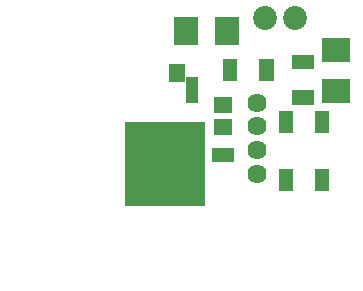
<source format=gbr>
G04 Created by Delta Design Version 2.6.36104.0403*
G04 Date: 11.09.2020 14:45:25*
G04 Project: Programming the device ESP-07*
G04 File name: SOLDERMASK_TOP*
G04 File format: RS274X*

G04 Parameters*
%FSAN2X44Y44D3M2*%
%MIA0B0*%
%MOMM*%
%IOA0B0*%
%SFA1B1*%
%IJ*%
%IR0*%
G04 End parameters*
G04 Aperture macros*
G04 Rectangle: Width = 6.832400 | Height = 7.164000 | Rotation = 180*
%AMRECT1*21,1,6.832400,7.164000,0,0,180*%
G04 Rectangle: Width = 2.164000 | Height = .979200 | Rotation = 270*
%AMRECT2*21,1,2.164000,.979200,0,0,270*%
G04 Rectangle: Width = 1.368800 | Height = 1.479200 | Rotation = 270*
%AMRECT3*21,1,1.368800,1.479200,0,0,270*%
G04 Rectangle: Width = 1.368800 | Height = 1.479200 | Rotation = 90*
%AMRECT4*21,1,1.368800,1.479200,0,0,90*%
G04 Rectangle: Width = 2 | Height = 2.349200 | Rotation = 90*
%AMRECT5*21,1,2,2.349200,0,0,90*%
G04 Rectangle: Width = 2 | Height = 2.349200 | Rotation = 270*
%AMRECT6*21,1,2,2.349200,0,0,270*%
G04 Rectangle: Width = 1.368800 | Height = 1.479200 | Rotation = 180*
%AMRECT7*21,1,1.368800,1.479200,0,0,180*%
G04 Rectangle: Width = 1.368800 | Height = 1.479200 | Rotation = 0*
%AMRECT8*21,1,1.368800,1.479200,0,0,0*%
G04 Rectangle: Width = 2 | Height = 2.349200 | Rotation = 180*
%AMRECT9*21,1,2,2.349200,0,0,180*%
G04 Rectangle: Width = 2 | Height = 2.349200 | Rotation = 0*
%AMRECT10*21,1,2,2.349200,0,0,0*%
G04 Rectangle: Width = 1.269600 | Height = 1.829200 | Rotation = 90*
%AMRECT11*21,1,1.269600,1.829200,0,0,90*%
G04 Rectangle: Width = 1.269600 | Height = 1.829200 | Rotation = 270*
%AMRECT12*21,1,1.269600,1.829200,0,0,270*%
G04 Rectangle: Width = 1.269600 | Height = 1.829200 | Rotation = 180*
%AMRECT13*21,1,1.269600,1.829200,0,0,180*%
G04 Rectangle: Width = 1.269600 | Height = 1.829200 | Rotation = 0*
%AMRECT14*21,1,1.269600,1.829200,0,0,0*%
G04 Rectangle: Width = 1.920000 | Height = 1.120000 | Rotation = 270*
%AMRECT15*21,1,1.920000,1.120000,0,0,270*%
G04 Rectangle: Width = 1.620000 | Height = 1.620000 | Rotation = 90*
%AMRECT16*21,1,1.620000,1.620000,0,0,90*%
G04 End Aperture macros*
G04 Apertures*
%ADD10C,2.020000*%
%ADD11RECT1*%
%ADD12RECT2*%
%ADD13RECT3*%
%ADD14RECT4*%
%ADD15RECT5*%
%ADD16RECT6*%
%ADD17RECT7*%
%ADD18RECT8*%
%ADD19RECT9*%
%ADD20RECT10*%
%ADD21RECT11*%
%ADD22RECT12*%
%ADD23RECT13*%
%ADD24RECT14*%
%ADD25RECT15*%
%ADD26RECT16*%
%ADD27C,1.620000*%
G04 End apertures*
G04 Layers*
%LNSOLDERMASK_TOP*%
%SRX1Y1I0J0*%
G54D10*
G01X-00065500Y00126000D03*

G01X-00116496Y00126000D03*

G01X00085500Y00126000D03*

G01X00060000Y00126000D03*

G54D11*
G01X-00024500Y00002470D03*

G54D12*
G01X-00047300Y00065530D03*

G01X-00001700Y00065530D03*

G54D10*
G01X00110000Y-00086000D03*

G01X00110500Y-00060500D03*

G01X00111000Y-00035000D03*

G54D13*
G01X-00112500Y00073300D03*

G54D14*
G01X-00112500Y00054698D03*

G54D15*
G01X00120000Y00064696D03*

G54D16*
G01X00120000Y00099304D03*

G54D13*
G01X00024350Y00052554D03*

G54D14*
G01X00024350Y00033952D03*

G54D17*
G01X-00014940Y00079500D03*

G54D18*
G01X-00033542Y00079500D03*

G54D19*
G01X00027804Y00115000D03*

G54D20*
G01X-00006804Y00115000D03*

G54D21*
G01X-00053000Y-00085796D03*

G54D22*
G01X-00053000Y-00055202D03*

G54D23*
G01X-00000704Y-00071500D03*

G54D24*
G01X-00031298Y-00071500D03*

G54D22*
G01X00028000Y-00057204D03*

G54D21*
G01X00028000Y-00087798D03*

G01X00024500Y-00020296D03*

G54D22*
G01X00024500Y00010298D03*

G01X00092208Y00089296D03*

G54D21*
G01X00092208Y00058702D03*

G54D23*
G01X00061296Y00082500D03*

G54D24*
G01X00030702Y00082500D03*

G54D25*
G01X-00116000Y-00024500D03*

G01X-00146000Y-00024500D03*

G01X-00146000Y-00073500D03*

G01X-00116000Y-00073500D03*

G01X00108000Y00038196D03*

G01X00078000Y00038196D03*

G01X00078000Y-00010804D03*

G01X00108000Y-00010804D03*

G54D26*
G01X00053000Y-00085500D03*

G54D27*
G01X00053000Y00054500D03*

G01X00053000Y00034500D03*

G01X00053000Y00014500D03*

G01X00053000Y-00005500D03*

G01X00053000Y-00025500D03*

G01X00053000Y-00045500D03*

G01X00053000Y-00065500D03*

G54D26*
G01X-00087000Y-00085500D03*

G54D27*
G01X-00087000Y00054500D03*

G01X-00087000Y00034500D03*

G01X-00087000Y00014500D03*

G01X-00087000Y-00005500D03*

G01X-00087000Y-00025500D03*

G01X-00087000Y-00045500D03*

G01X-00087000Y-00065500D03*
G04 End Layers*
M02*
</source>
